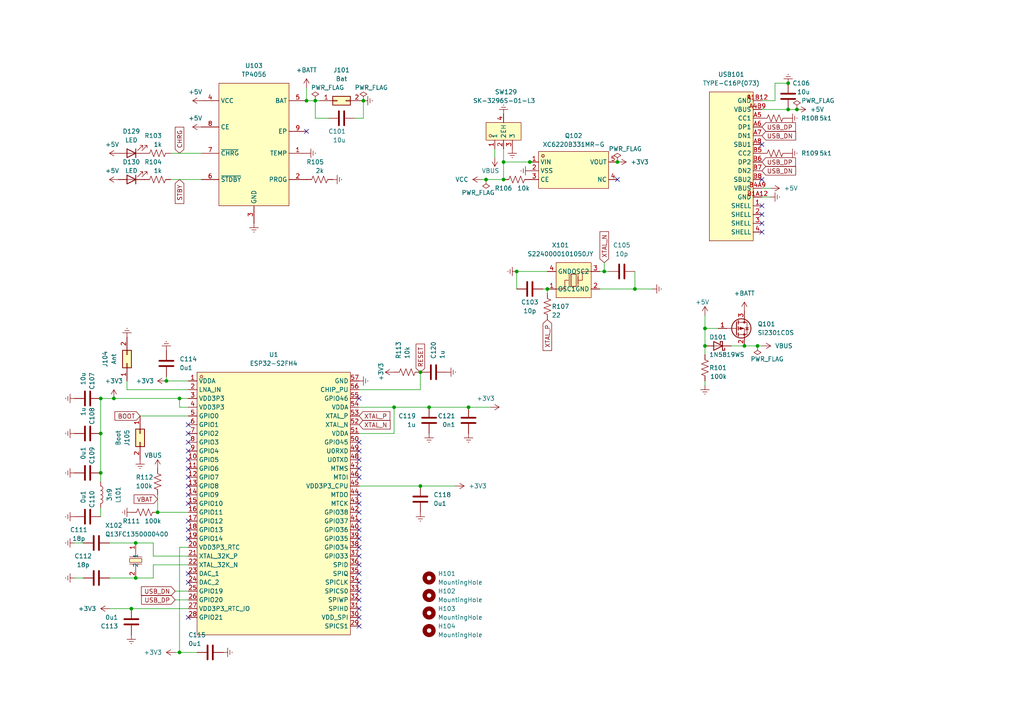
<source format=kicad_sch>
(kicad_sch (version 20250114) (generator "eeschema") (generator_version "9.0")
  (paper "A4")
  (lib_symbols
    (symbol "Connector_Generic:Conn_02x01" (pin_names (offset 1.016) (hide yes))
      (property "Reference" "J" (at 1.27 2.54 0))
      (property "Value" "Conn_02x01" (at 1.27 -2.54 0))
      (symbol "Conn_02x01_1_1"
        (rectangle (start -1.27 1.27) (end 3.81 -1.27) (stroke (width 0.254)) (fill (type background)))
        (rectangle (start -1.27 0.127) (end 0 -0.127) (stroke (width 0.1524)))
        (rectangle (start 3.81 0.127) (end 2.54 -0.127) (stroke (width 0.1524)))
        (pin passive line (at -5.08 0 0) (length 3.81) (name "Pin_1") (number "1"))
        (pin passive line (at 7.62 0 180) (length 3.81) (name "Pin_2") (number "2"))
      )
    )
    (symbol "Device:C" (pin_numbers (hide yes)) (pin_names (offset 0.254))
      (property "Reference" "C" (at 0.635 2.54 0))
      (property "Value" "C" (at 0.635 -2.54 0))
      (symbol "C_0_1"
        (polyline (pts (xy -2.032 0.762) (xy 2.032 0.762)) (stroke (width 0.508)))
        (polyline (pts (xy -2.032 -0.762) (xy 2.032 -0.762)) (stroke (width 0.508)))
      )
      (symbol "C_1_1"
        (pin passive line (at 0 3.81 270) (length 2.794) (name "~") (number "1"))
        (pin passive line (at 0 -3.81 90) (length 2.794) (name "~") (number "2"))
      )
    )
    (symbol "Device:D_Schottky" (pin_numbers (hide yes)) (pin_names (offset 1.016) (hide yes))
      (property "Reference" "D" (at 0 2.54 0))
      (property "Value" "D_Schottky" (at 0 -2.54 0))
      (symbol "D_Schottky_0_1"
        (polyline (pts (xy -1.905 0.635) (xy -1.905 1.27) (xy -1.27 1.27) (xy -1.27 -1.27) (xy -0.635 -1.27) (xy -0.635 -0.635)) (stroke (width 0.254)))
        (polyline (pts (xy 1.27 1.27) (xy 1.27 -1.27) (xy -1.27 0) (xy 1.27 1.27)) (stroke (width 0.254)))
        (polyline (pts (xy 1.27 0) (xy -1.27 0)))
      )
      (symbol "D_Schottky_1_1"
        (pin passive line (at -3.81 0 0) (length 2.54) (name "K") (number "1"))
        (pin passive line (at 3.81 0 180) (length 2.54) (name "A") (number "2"))
      )
    )
    (symbol "Device:L" (pin_numbers (hide yes)) (pin_names (offset 1.016) (hide yes))
      (property "Reference" "L" (at -1.27 0 90))
      (property "Value" "L" (at 1.905 0 90))
      (symbol "L_0_1"
        (arc (start 0 2.54) (mid 0.6323 1.905) (end 0 1.27))
        (arc (start 0 1.27) (mid 0.6323 0.635) (end 0 0))
        (arc (start 0 0) (mid 0.6323 -0.635) (end 0 -1.27))
        (arc (start 0 -1.27) (mid 0.6323 -1.905) (end 0 -2.54))
      )
      (symbol "L_1_1"
        (pin passive line (at 0 3.81 270) (length 1.27) (name "1") (number "1"))
        (pin passive line (at 0 -3.81 90) (length 1.27) (name "2") (number "2"))
      )
    )
    (symbol "Device:LED" (pin_numbers (hide yes)) (pin_names (offset 1.016) (hide yes))
      (property "Reference" "D" (at 0 2.54 0))
      (property "Value" "LED" (at 0 -2.54 0))
      (symbol "LED_0_1"
        (polyline (pts (xy -3.048 -0.762) (xy -4.572 -2.286) (xy -3.81 -2.286) (xy -4.572 -2.286) (xy -4.572 -1.524)))
        (polyline (pts (xy -1.778 -0.762) (xy -3.302 -2.286) (xy -2.54 -2.286) (xy -3.302 -2.286) (xy -3.302 -1.524)))
        (polyline (pts (xy -1.27 0) (xy 1.27 0)))
        (polyline (pts (xy -1.27 -1.27) (xy -1.27 1.27)) (stroke (width 0.254)))
        (polyline (pts (xy 1.27 -1.27) (xy 1.27 1.27) (xy -1.27 0) (xy 1.27 -1.27)) (stroke (width 0.254)))
      )
      (symbol "LED_1_1"
        (pin passive line (at -3.81 0 0) (length 2.54) (name "K") (number "1"))
        (pin passive line (at 3.81 0 180) (length 2.54) (name "A") (number "2"))
      )
    )
    (symbol "Device:R_US" (pin_numbers (hide yes)) (pin_names (offset 0))
      (property "Reference" "R" (at 2.54 0 90))
      (property "Value" "R_US" (at -2.54 0 90))
      (symbol "R_US_0_1"
        (polyline (pts (xy 0 2.286) (xy 0 2.54)))
        (polyline (pts (xy 0 2.286) (xy 1.016 1.905) (xy 0 1.524) (xy -1.016 1.143) (xy 0 0.762)))
        (polyline (pts (xy 0 0.762) (xy 1.016 0.381) (xy 0 0) (xy -1.016 -0.381) (xy 0 -0.762)))
        (polyline (pts (xy 0 -0.762) (xy 1.016 -1.143) (xy 0 -1.524) (xy -1.016 -1.905) (xy 0 -2.286)))
        (polyline (pts (xy 0 -2.286) (xy 0 -2.54)))
      )
      (symbol "R_US_1_1"
        (pin passive line (at 0 3.81 270) (length 1.27) (name "~") (number "1"))
        (pin passive line (at 0 -3.81 90) (length 1.27) (name "~") (number "2"))
      )
    )
    (symbol "Mechanical:MountingHole" (pin_names (offset 1.016))
      (property "Reference" "H" (at 0 5.08 0))
      (property "Value" "MountingHole" (at 0 3.175 0))
      (symbol "MountingHole_0_1"
        (circle (center 0 0) (radius 1.27) (stroke (width 1.27)))
      )
    )
    (symbol "Transistor_FET:Si2371EDS" (pin_names (hide yes))
      (property "Reference" "Q" (at 5.08 1.905 0))
      (property "Value" "Si2371EDS" (at 5.08 0 0))
      (symbol "Si2371EDS_0_1"
        (polyline (pts (xy 0.254 1.905) (xy 0.254 -1.905)) (stroke (width 0.254)))
        (polyline (pts (xy 0.254 0) (xy -2.54 0)))
        (polyline (pts (xy 0.762 2.286) (xy 0.762 1.27)) (stroke (width 0.254)))
        (polyline (pts (xy 0.762 1.778) (xy 3.302 1.778) (xy 3.302 -1.778) (xy 0.762 -1.778)))
        (polyline (pts (xy 0.762 0.508) (xy 0.762 -0.508)) (stroke (width 0.254)))
        (polyline (pts (xy 0.762 -1.27) (xy 0.762 -2.286)) (stroke (width 0.254)))
        (circle (center 1.651 0) (radius 2.794) (stroke (width 0.254)))
        (polyline (pts (xy 2.286 0) (xy 1.27 0.381) (xy 1.27 -0.381) (xy 2.286 0)) (fill (type outline)))
        (polyline (pts (xy 2.54 2.54) (xy 2.54 1.778)))
        (circle (center 2.54 1.778) (radius 0.254) (fill (type outline)))
        (circle (center 2.54 -1.778) (radius 0.254) (fill (type outline)))
        (polyline (pts (xy 2.54 -2.54) (xy 2.54 0) (xy 0.762 0)))
        (polyline (pts (xy 2.794 -0.508) (xy 2.921 -0.381) (xy 3.683 -0.381) (xy 3.81 -0.254)))
        (polyline (pts (xy 3.302 -0.381) (xy 2.921 0.254) (xy 3.683 0.254) (xy 3.302 -0.381)))
      )
      (symbol "Si2371EDS_1_1"
        (pin input line (at -5.08 0 0) (length 2.54) (name "G") (number "1"))
        (pin passive line (at 2.54 5.08 270) (length 2.54) (name "D") (number "3"))
        (pin passive line (at 2.54 -5.08 90) (length 2.54) (name "S") (number "2"))
      )
    )
    (symbol "TransmiLib:ESP32-S2FH4"
      (property "Reference" "U" (at 0 40.64 0))
      (property "Value" "ESP32-S2FH4" (at 0 -40.64 0))
      (symbol "ESP32-S2FH4_0_1"
        (rectangle (start -21.59 38.1) (end 22.86 -38.1) (fill (type background)))
        (circle (center -20.32 36.83) (radius 0.38))
        (pin unspecified line (at -24.13 35.56 0) (length 2.54) (name "VDDA") (number "1"))
        (pin unspecified line (at -24.13 33.02 0) (length 2.54) (name "LNA_IN") (number "2"))
        (pin unspecified line (at -24.13 30.48 0) (length 2.54) (name "VDD3P3") (number "3"))
        (pin unspecified line (at -24.13 27.94 0) (length 2.54) (name "VDD3P3") (number "4"))
        (pin unspecified line (at -24.13 25.4 0) (length 2.54) (name "GPIO0") (number "5"))
        (pin unspecified line (at -24.13 22.86 0) (length 2.54) (name "GPIO1") (number "6"))
        (pin unspecified line (at -24.13 20.32 0) (length 2.54) (name "GPIO2") (number "7"))
        (pin unspecified line (at -24.13 17.78 0) (length 2.54) (name "GPIO3") (number "8"))
        (pin unspecified line (at -24.13 15.24 0) (length 2.54) (name "GPIO4") (number "9"))
        (pin unspecified line (at -24.13 12.7 0) (length 2.54) (name "GPIO5") (number "10"))
        (pin unspecified line (at -24.13 10.16 0) (length 2.54) (name "GPIO6") (number "11"))
        (pin unspecified line (at -24.13 7.62 0) (length 2.54) (name "GPIO7") (number "12"))
        (pin unspecified line (at -24.13 5.08 0) (length 2.54) (name "GPIO8") (number "13"))
        (pin unspecified line (at -24.13 2.54 0) (length 2.54) (name "GPIO9") (number "14"))
        (pin unspecified line (at -24.13 0 0) (length 2.54) (name "GPIO10") (number "15"))
        (pin unspecified line (at -24.13 -2.54 0) (length 2.54) (name "GPIO11") (number "16"))
        (pin unspecified line (at -24.13 -5.08 0) (length 2.54) (name "GPIO12") (number "17"))
        (pin unspecified line (at -24.13 -7.62 0) (length 2.54) (name "GPIO13") (number "18"))
        (pin unspecified line (at -24.13 -10.16 0) (length 2.54) (name "GPIO14") (number "19"))
        (pin unspecified line (at -24.13 -12.7 0) (length 2.54) (name "VDD3P3_RTC") (number "20"))
        (pin unspecified line (at -24.13 -15.24 0) (length 2.54) (name "XTAL_32K_P") (number "21"))
        (pin unspecified line (at -24.13 -17.78 0) (length 2.54) (name "XTAL_32K_N") (number "22"))
        (pin unspecified line (at -24.13 -20.32 0) (length 2.54) (name "DAC_1") (number "23"))
        (pin unspecified line (at -24.13 -22.86 0) (length 2.54) (name "DAC_2") (number "24"))
        (pin unspecified line (at -24.13 -25.4 0) (length 2.54) (name "GPIO19") (number "25"))
        (pin unspecified line (at -24.13 -27.94 0) (length 2.54) (name "GPIO20") (number "26"))
        (pin unspecified line (at -24.13 -30.48 0) (length 2.54) (name "VDD3P3_RTC_IO") (number "27"))
        (pin unspecified line (at -24.13 -33.02 0) (length 2.54) (name "GPIO21") (number "28"))
        (pin unspecified line (at 25.4 35.56 180) (length 2.54) (name "GND") (number "57"))
        (pin unspecified line (at 25.4 33.02 180) (length 2.54) (name "CHIP_PU") (number "56"))
        (pin unspecified line (at 25.4 30.48 180) (length 2.54) (name "GPIO46") (number "55"))
        (pin unspecified line (at 25.4 27.94 180) (length 2.54) (name "VDDA") (number "54"))
        (pin unspecified line (at 25.4 25.4 180) (length 2.54) (name "XTAL_P") (number "53"))
        (pin unspecified line (at 25.4 22.86 180) (length 2.54) (name "XTAL_N") (number "52"))
        (pin unspecified line (at 25.4 20.32 180) (length 2.54) (name "VDDA") (number "51"))
        (pin unspecified line (at 25.4 17.78 180) (length 2.54) (name "GPIO45") (number "50"))
        (pin unspecified line (at 25.4 15.24 180) (length 2.54) (name "U0RXD") (number "49"))
        (pin unspecified line (at 25.4 12.7 180) (length 2.54) (name "U0TXD") (number "48"))
        (pin unspecified line (at 25.4 10.16 180) (length 2.54) (name "MTMS") (number "47"))
        (pin unspecified line (at 25.4 7.62 180) (length 2.54) (name "MTDI") (number "46"))
        (pin unspecified line (at 25.4 5.08 180) (length 2.54) (name "VDD3P3_CPU") (number "45"))
        (pin unspecified line (at 25.4 2.54 180) (length 2.54) (name "MTDO") (number "44"))
        (pin unspecified line (at 25.4 0 180) (length 2.54) (name "MTCK") (number "43"))
        (pin unspecified line (at 25.4 -2.54 180) (length 2.54) (name "GPIO38") (number "42"))
        (pin unspecified line (at 25.4 -5.08 180) (length 2.54) (name "GPIO37") (number "41"))
        (pin unspecified line (at 25.4 -7.62 180) (length 2.54) (name "GPIO36") (number "40"))
        (pin unspecified line (at 25.4 -10.16 180) (length 2.54) (name "GPIO35") (number "39"))
        (pin unspecified line (at 25.4 -12.7 180) (length 2.54) (name "GPIO34") (number "38"))
        (pin unspecified line (at 25.4 -15.24 180) (length 2.54) (name "GPIO33") (number "37"))
        (pin unspecified line (at 25.4 -17.78 180) (length 2.54) (name "SPID") (number "36"))
        (pin unspecified line (at 25.4 -20.32 180) (length 2.54) (name "SPIQ") (number "35"))
        (pin unspecified line (at 25.4 -22.86 180) (length 2.54) (name "SPICLK") (number "34"))
        (pin unspecified line (at 25.4 -25.4 180) (length 2.54) (name "SPICS0") (number "33"))
        (pin unspecified line (at 25.4 -27.94 180) (length 2.54) (name "SPIWP") (number "32"))
        (pin unspecified line (at 25.4 -30.48 180) (length 2.54) (name "SPIHD") (number "31"))
        (pin unspecified line (at 25.4 -33.02 180) (length 2.54) (name "VDD_SPI") (number "30"))
        (pin unspecified line (at 25.4 -35.56 180) (length 2.54) (name "SPICS1") (number "29"))
      )
    )
    (symbol "TransmiLib:S2240000101050"
      (property "Reference" "X" (at 0 7.62 0))
      (property "Value" "S2240000101050" (at 0 -7.62 0))
      (symbol "S2240000101050_0_1"
        (rectangle (start -5.08 5.08) (end 5.08 -5.08) (fill (type background)))
        (polyline (pts (xy -5.08 -2.54) (xy -2.54 -2.54) (xy -2.54 0) (xy -1.52 0)))
        (polyline (pts (xy -1.27 -1.02) (xy -1.27 1.02)))
        (polyline (pts (xy -1.27 -1.78) (xy -1.27 1.78)))
        (polyline (pts (xy -0.76 -1.78) (xy -0.76 1.78) (xy 0.76 1.78) (xy 0.76 -1.78)))
        (polyline (pts (xy 0.76 1.78) (xy 0.76 -1.78) (xy -0.76 -1.78) (xy -0.76 1.78) (xy 0.76 1.78)) (fill (type background)))
        (polyline (pts (xy 0.76 -1.78) (xy -0.76 -1.78)))
        (polyline (pts (xy 1.27 -1.02) (xy 1.27 1.02)))
        (polyline (pts (xy 1.27 -1.78) (xy 1.27 1.78)))
        (polyline (pts (xy 5.08 2.54) (xy 2.54 2.54) (xy 2.54 0) (xy 1.52 0)))
        (pin unspecified line (at -7.62 2.54 0) (length 2.54) (name "GND") (number "4"))
        (pin unspecified line (at -7.62 -2.54 0) (length 2.54) (name "OSC1") (number "1"))
        (pin unspecified line (at 7.62 2.54 180) (length 2.54) (name "OSC2") (number "3"))
        (pin unspecified line (at 7.62 -2.54 180) (length 2.54) (name "GND") (number "2"))
      )
    )
    (symbol "easyeda2kicad:Q13FC1350000400"
      (property "Reference" "X" (at 0 5.08 0))
      (property "Value" "Q13FC1350000400" (at 0 -5.08 0))
      (symbol "Q13FC1350000400_0_1"
        (polyline (pts (xy -2.54 0) (xy -1.02 0)))
        (polyline (pts (xy -1.02 1.78) (xy -1.02 -1.78)))
        (rectangle (start -0.51 1.78) (end 0.51 -1.78) (fill (type background)))
        (polyline (pts (xy 1.02 1.78) (xy 1.02 -1.78)))
        (polyline (pts (xy 1.02 0) (xy 2.54 0)))
        (pin unspecified line (at -5.08 0 0) (length 2.54) (name "1") (number "1"))
        (pin unspecified line (at 5.08 0 180) (length 2.54) (name "2") (number "2"))
      )
    )
    (symbol "easyeda2kicad:SK-3296S-01-L3"
      (property "Reference" "SW" (at 0 10.16 0))
      (property "Value" "SK-3296S-01-L3" (at 0 -10.16 0))
      (symbol "SK-3296S-01-L3_0_1"
        (rectangle (start -5.08 2.54) (end 5.08 -2.54) (fill (type background)))
        (circle (center -3.81 -1.27) (radius 0.38))
        (pin unspecified line (at -2.54 -5.08 90) (length 2.54) (name "1") (number "1"))
        (pin unspecified line (at 0 5.08 270) (length 2.54) (name "EH") (number "4"))
        (pin unspecified line (at 0 -5.08 90) (length 2.54) (name "2") (number "2"))
        (pin unspecified line (at 2.54 -5.08 90) (length 2.54) (name "3") (number "3"))
      )
    )
    (symbol "easyeda2kicad:TP4056"
      (property "Reference" "U" (at 0 20.32 0))
      (property "Value" "TP4056" (at 0 -25.4 0))
      (symbol "TP4056_0_1"
        (rectangle (start -10.16 20.32) (end 10.16 -15.24) (fill (type background)))
        (pin unspecified line (at -15.24 15.24 0) (length 5.08) (name "VCC") (number "4"))
        (pin unspecified line (at -15.24 7.62 0) (length 5.08) (name "CE") (number "8"))
        (pin unspecified line (at -15.24 0 0) (length 5.08) (name "~{CHRG}") (number "7"))
        (pin unspecified line (at -15.24 -7.62 0) (length 5.08) (name "~{STDBY}") (number "6"))
        (pin unspecified line (at 0 -20.32 90) (length 5.08) (name "GND") (number "3"))
        (pin unspecified line (at 15.24 15.24 180) (length 5.08) (name "BAT") (number "5"))
        (pin unspecified line (at 15.24 6.35 180) (length 5.08) (name "EP") (number "9"))
        (pin unspecified line (at 15.24 0 180) (length 5.08) (name "TEMP") (number "1"))
        (pin unspecified line (at 15.24 -7.62 180) (length 5.08) (name "PROG") (number "2"))
      )
    )
    (symbol "easyeda2kicad:TYPE-C16P(073)"
      (property "Reference" "USB" (at 0 25.4 0))
      (property "Value" "TYPE-C 16P(073)" (at 0 -22.86 0))
      (symbol "TYPE-C16P(073)_0_1"
        (rectangle (start -5.08 22.86) (end 7.62 -20.32) (fill (type background)))
        (circle (center -3.81 21.59) (radius 0.38))
        (pin unspecified line (at -7.62 20.32 0) (length 2.54) (name "GND") (number "A1B12"))
        (pin unspecified line (at -7.62 17.78 0) (length 2.54) (name "VBUS") (number "A4B9"))
        (pin unspecified line (at -7.62 15.24 0) (length 2.54) (name "CC1") (number "A5"))
        (pin unspecified line (at -7.62 12.7 0) (length 2.54) (name "DP1") (number "A6"))
        (pin unspecified line (at -7.62 10.16 0) (length 2.54) (name "DN1") (number "A7"))
        (pin unspecified line (at -7.62 7.62 0) (length 2.54) (name "SBU1") (number "A8"))
        (pin unspecified line (at -7.62 5.08 0) (length 2.54) (name "CC2") (number "B5"))
        (pin unspecified line (at -7.62 2.54 0) (length 2.54) (name "DP2") (number "B6"))
        (pin unspecified line (at -7.62 0 0) (length 2.54) (name "DN2") (number "B7"))
        (pin unspecified line (at -7.62 -2.54 0) (length 2.54) (name "SBU2") (number "B8"))
        (pin unspecified line (at -7.62 -5.08 0) (length 2.54) (name "VBUS") (number "B4A9"))
        (pin unspecified line (at -7.62 -7.62 0) (length 2.54) (name "GND") (number "B1A12"))
        (pin unspecified line (at -7.62 -10.16 0) (length 2.54) (name "SHELL") (number "1"))
        (pin unspecified line (at -7.62 -12.7 0) (length 2.54) (name "SHELL") (number "2"))
        (pin unspecified line (at -7.62 -15.24 0) (length 2.54) (name "SHELL") (number "3"))
        (pin unspecified line (at -7.62 -17.78 0) (length 2.54) (name "SHELL") (number "4"))
      )
    )
    (symbol "easyeda2kicad:XC6220B331MR-G"
      (property "Reference" "Q" (at 0 7.62 0))
      (property "Value" "XC6220B331MR-G" (at 0 -7.62 0))
      (symbol "XC6220B331MR-G_0_1"
        (rectangle (start -10.16 5.59) (end 10.16 -5.08) (fill (type background)))
        (circle (center -8.89 4.32) (radius 0.38))
        (circle (center -8.89 4.32) (radius 0.38))
        (pin unspecified line (at -12.7 2.54 0) (length 2.54) (name "VIN") (number "1"))
        (pin unspecified line (at -12.7 0 0) (length 2.54) (name "VSS") (number "2"))
        (pin unspecified line (at -12.7 -2.54 0) (length 2.54) (name "CE") (number "3"))
        (pin unspecified line (at 12.7 2.54 180) (length 2.54) (name "VOUT") (number "5"))
        (pin unspecified line (at 12.7 -2.54 180) (length 2.54) (name "NC") (number "4"))
      )
    )
    (symbol "power:+3V3" (power) (pin_names (offset 0))
      (property "Value" "+3V3" (at 0 3.556 0))
      (symbol "+3V3_0_1"
        (polyline (pts (xy -0.762 1.27) (xy 0 2.54)))
        (polyline (pts (xy 0 2.54) (xy 0.762 1.27)))
        (polyline (pts (xy 0 0) (xy 0 2.54)))
      )
      (symbol "+3V3_1_1"
        (pin power_in line (at 0 0 90) (length 0) (hide yes) (name "+3V3") (number "1"))
      )
    )
    (symbol "power:+5V" (power) (pin_names (offset 0))
      (property "Value" "+5V" (at 0 3.556 0))
      (symbol "+5V_0_1"
        (polyline (pts (xy -0.762 1.27) (xy 0 2.54)))
        (polyline (pts (xy 0 2.54) (xy 0.762 1.27)))
        (polyline (pts (xy 0 0) (xy 0 2.54)))
      )
      (symbol "+5V_1_1"
        (pin power_in line (at 0 0 90) (length 0) (hide yes) (name "+5V") (number "1"))
      )
    )
    (symbol "power:+BATT" (power) (pin_names (offset 0))
      (property "Value" "+BATT" (at 0 3.556 0))
      (symbol "+BATT_0_1"
        (polyline (pts (xy -0.762 1.27) (xy 0 2.54)))
        (polyline (pts (xy 0 2.54) (xy 0.762 1.27)))
        (polyline (pts (xy 0 0) (xy 0 2.54)))
      )
      (symbol "+BATT_1_1"
        (pin power_in line (at 0 0 90) (length 0) (hide yes) (name "+BATT") (number "1"))
      )
    )
    (symbol "power:Earth" (power) (pin_names (offset 0))
      (symbol "Earth_0_1"
        (polyline (pts (xy -0.635 -1.905) (xy 0.635 -1.905)))
        (polyline (pts (xy -0.127 -2.54) (xy 0.127 -2.54)))
        (polyline (pts (xy 0 -1.27) (xy 0 0)))
        (polyline (pts (xy 1.27 -1.27) (xy -1.27 -1.27)))
      )
      (symbol "Earth_1_1"
        (pin power_in line (at 0 0 270) (length 0) (hide yes) (name "Earth") (number "1"))
      )
    )
    (symbol "power:PWR_FLAG" (power) (pin_numbers (hide yes)) (pin_names (offset 0) (hide yes))
      (property "Value" "PWR_FLAG" (at 0 3.81 0))
      (symbol "PWR_FLAG_0_0"
        (pin power_out line (at 0 0 90) (length 0) (name "pwr") (number "1"))
      )
      (symbol "PWR_FLAG_0_1"
        (polyline (pts (xy 0 0) (xy 0 1.27) (xy -1.016 1.905) (xy 0 2.54) (xy 1.016 1.905) (xy 0 1.27)))
      )
    )
    (symbol "power:VBUS" (power) (pin_names (offset 0))
      (property "Value" "VBUS" (at 0 3.81 0))
      (symbol "VBUS_0_1"
        (polyline (pts (xy -0.762 1.27) (xy 0 2.54)))
        (polyline (pts (xy 0 2.54) (xy 0.762 1.27)))
        (polyline (pts (xy 0 0) (xy 0 2.54)))
      )
      (symbol "VBUS_1_1"
        (pin power_in line (at 0 0 90) (length 0) (hide yes) (name "VBUS") (number "1"))
      )
    )
    (symbol "power:VCC" (power) (pin_names (offset 0))
      (property "Value" "VCC" (at 0 3.81 0))
      (symbol "VCC_0_1"
        (polyline (pts (xy -0.762 1.27) (xy 0 2.54)))
        (polyline (pts (xy 0 2.54) (xy 0.762 1.27)))
        (polyline (pts (xy 0 0) (xy 0 2.54)))
      )
      (symbol "VCC_1_1"
        (pin power_in line (at 0 0 90) (length 0) (hide yes) (name "VCC") (number "1"))
      )
    )
  )
  (junction (at 114.3 118.11))
  (junction (at 29.21 125.73))
  (junction (at 38.1 176.53))
  (junction (at 204.47 100.33))
  (junction (at 184.15 83.82))
  (junction (at 158.75 83.82))
  (junction (at 124.46 118.11))
  (junction (at 204.47 95.25))
  (junction (at 146.05 52.07))
  (junction (at 146.05 46.99))
  (junction (at 33.02 115.57))
  (junction (at 45.72 148.59))
  (junction (at 140.97 52.07))
  (junction (at 52.07 115.57))
  (junction (at 39.37 167.64))
  (junction (at 228.6 24.13))
  (junction (at 149.86 78.74))
  (junction (at 52.07 189.23))
  (junction (at 135.89 118.11))
  (junction (at 29.21 137.16))
  (junction (at 228.6 31.75))
  (junction (at 175.26 78.74))
  (junction (at 121.92 107.95))
  (junction (at 231.14 31.75))
  (junction (at 153.67 46.99))
  (junction (at 219.71 100.33))
  (junction (at 91.44 29.21))
  (junction (at 48.26 110.49))
  (junction (at 179.07 46.99))
  (junction (at 121.92 140.97))
  (junction (at 29.21 115.57))
  (junction (at 215.9 100.33))
  (junction (at 39.37 157.48))
  (junction (at 105.41 29.21))
  (junction (at 88.9 29.21))
  (no_connect (at 54.61 146.05))
  (no_connect (at 54.61 130.81))
  (no_connect (at 54.61 123.19))
  (no_connect (at 220.98 67.31))
  (no_connect (at 104.14 133.35))
  (no_connect (at 104.14 181.61))
  (no_connect (at 104.14 151.13))
  (no_connect (at 220.98 59.69))
  (no_connect (at 104.14 138.43))
  (no_connect (at 220.98 52.07))
  (no_connect (at 104.14 166.37))
  (no_connect (at 104.14 176.53))
  (no_connect (at 104.14 153.67))
  (no_connect (at 54.61 156.21))
  (no_connect (at 54.61 140.97))
  (no_connect (at 54.61 135.89))
  (no_connect (at 104.14 135.89))
  (no_connect (at 220.98 64.77))
  (no_connect (at 54.61 133.35))
  (no_connect (at 54.61 143.51))
  (no_connect (at 104.14 148.59))
  (no_connect (at 104.14 168.91))
  (no_connect (at 104.14 128.27))
  (no_connect (at 104.14 115.57))
  (no_connect (at 179.07 52.07))
  (no_connect (at 104.14 173.99))
  (no_connect (at 54.61 151.13))
  (no_connect (at 104.14 163.83))
  (no_connect (at 104.14 158.75))
  (no_connect (at 88.9 38.1))
  (no_connect (at 104.14 156.21))
  (no_connect (at 104.14 143.51))
  (no_connect (at 104.14 179.07))
  (no_connect (at 220.98 62.23))
  (no_connect (at 54.61 166.37))
  (no_connect (at 54.61 153.67))
  (no_connect (at 104.14 161.29))
  (no_connect (at 54.61 168.91))
  (no_connect (at 104.14 130.81))
  (no_connect (at 54.61 128.27))
  (no_connect (at 54.61 179.07))
  (no_connect (at 104.14 171.45))
  (no_connect (at 220.98 41.91))
  (no_connect (at 54.61 138.43))
  (no_connect (at 104.14 146.05))
  (no_connect (at 54.61 125.73))
  (wire (pts (xy 114.3 125.73) (xy 114.3 118.11)))
  (wire (pts (xy 44.45 163.83) (xy 44.45 167.64)))
  (wire (pts (xy 104.14 113.03) (xy 121.92 113.03)))
  (wire (pts (xy 219.71 100.33) (xy 215.9 100.33)))
  (wire (pts (xy 21.59 157.48) (xy 24.13 157.48)))
  (wire (pts (xy 52.07 115.57) (xy 54.61 115.57)))
  (wire (pts (xy 21.59 167.64) (xy 24.13 167.64)))
  (wire (pts (xy 50.8 171.45) (xy 54.61 171.45)))
  (wire (pts (xy 45.72 148.59) (xy 54.61 148.59)))
  (wire (pts (xy 52.07 118.11) (xy 52.07 115.57)))
  (wire (pts (xy 54.61 110.49) (xy 48.26 110.49)))
  (wire (pts (xy 223.52 57.15) (xy 220.98 57.15)))
  (wire (pts (xy 204.47 91.44) (xy 204.47 95.25)))
  (wire (pts (xy 45.72 143.51) (xy 45.72 148.59)))
  (wire (pts (xy 39.37 167.64) (xy 31.75 167.64)))
  (wire (pts (xy 104.14 125.73) (xy 114.3 125.73)))
  (wire (pts (xy 140.97 52.07) (xy 146.05 52.07)))
  (wire (pts (xy 49.53 52.07) (xy 58.42 52.07)))
  (wire (pts (xy 44.45 157.48) (xy 39.37 157.48)))
  (wire (pts (xy 44.45 167.64) (xy 39.37 167.64)))
  (wire (pts (xy 146.05 46.99) (xy 153.67 46.99)))
  (wire (pts (xy 29.21 115.57) (xy 33.02 115.57)))
  (wire (pts (xy 48.26 110.49) (xy 48.26 109.22)))
  (wire (pts (xy 175.26 78.74) (xy 173.99 78.74)))
  (wire (pts (xy 184.15 83.82) (xy 189.23 83.82)))
  (wire (pts (xy 212.09 100.33) (xy 215.9 100.33)))
  (wire (pts (xy 184.15 78.74) (xy 184.15 83.82)))
  (wire (pts (xy 204.47 95.25) (xy 208.28 95.25)))
  (wire (pts (xy 39.37 157.48) (xy 31.75 157.48)))
  (wire (pts (xy 52.07 189.23) (xy 57.15 189.23)))
  (wire (pts (xy 92.71 29.21) (xy 91.44 29.21)))
  (wire (pts (xy 143.51 45.72) (xy 143.51 43.18)))
  (wire (pts (xy 54.61 158.75) (xy 52.07 158.75)))
  (wire (pts (xy 114.3 118.11) (xy 124.46 118.11)))
  (wire (pts (xy 231.14 31.75) (xy 228.6 31.75)))
  (wire (pts (xy 204.47 111.76) (xy 204.47 110.49)))
  (wire (pts (xy 91.44 29.21) (xy 88.9 29.21)))
  (wire (pts (xy 50.8 189.23) (xy 52.07 189.23)))
  (wire (pts (xy 54.61 120.65) (xy 40.64 120.65)))
  (wire (pts (xy 29.21 125.73) (xy 29.21 137.16)))
  (wire (pts (xy 142.24 118.11) (xy 135.89 118.11)))
  (wire (pts (xy 228.6 31.75) (xy 220.98 31.75)))
  (wire (pts (xy 52.07 158.75) (xy 52.07 189.23)))
  (wire (pts (xy 124.46 118.11) (xy 135.89 118.11)))
  (wire (pts (xy 88.9 25.4) (xy 88.9 29.21)))
  (wire (pts (xy 102.87 34.29) (xy 105.41 34.29)))
  (wire (pts (xy 104.14 118.11) (xy 114.3 118.11)))
  (wire (pts (xy 105.41 34.29) (xy 105.41 29.21)))
  (wire (pts (xy 54.61 161.29) (xy 44.45 161.29)))
  (wire (pts (xy 223.52 54.61) (xy 220.98 54.61)))
  (wire (pts (xy 44.45 161.29) (xy 44.45 157.48)))
  (wire (pts (xy 50.8 173.99) (xy 54.61 173.99)))
  (wire (pts (xy 157.48 83.82) (xy 158.75 83.82)))
  (wire (pts (xy 204.47 100.33) (xy 204.47 95.25)))
  (wire (pts (xy 29.21 147.32) (xy 29.21 149.86)))
  (wire (pts (xy 33.02 115.57) (xy 52.07 115.57)))
  (wire (pts (xy 91.44 34.29) (xy 91.44 29.21)))
  (wire (pts (xy 220.98 100.33) (xy 219.71 100.33)))
  (wire (pts (xy 139.7 52.07) (xy 140.97 52.07)))
  (wire (pts (xy 158.75 83.82) (xy 158.75 85.09)))
  (wire (pts (xy 36.83 110.49) (xy 36.83 113.03)))
  (wire (pts (xy 146.05 43.18) (xy 146.05 46.99)))
  (wire (pts (xy 146.05 52.07) (xy 146.05 46.99)))
  (wire (pts (xy 54.61 118.11) (xy 52.07 118.11)))
  (wire (pts (xy 29.21 137.16) (xy 29.21 139.7)))
  (wire (pts (xy 121.92 140.97) (xy 132.08 140.97)))
  (wire (pts (xy 95.25 34.29) (xy 91.44 34.29)))
  (wire (pts (xy 121.92 113.03) (xy 121.92 107.95)))
  (wire (pts (xy 31.75 176.53) (xy 38.1 176.53)))
  (wire (pts (xy 220.98 29.21) (xy 224.79 29.21)))
  (wire (pts (xy 38.1 176.53) (xy 54.61 176.53)))
  (wire (pts (xy 224.79 29.21) (xy 224.79 24.13)))
  (wire (pts (xy 176.53 78.74) (xy 175.26 78.74)))
  (wire (pts (xy 104.14 140.97) (xy 121.92 140.97)))
  (wire (pts (xy 204.47 102.87) (xy 204.47 100.33)))
  (wire (pts (xy 54.61 163.83) (xy 44.45 163.83)))
  (wire (pts (xy 29.21 115.57) (xy 29.21 125.73)))
  (wire (pts (xy 149.86 78.74) (xy 149.86 83.82)))
  (wire (pts (xy 153.67 46.99) (xy 154.94 46.99)))
  (wire (pts (xy 36.83 113.03) (xy 54.61 113.03)))
  (wire (pts (xy 49.53 44.45) (xy 58.42 44.45)))
  (wire (pts (xy 184.15 83.82) (xy 173.99 83.82)))
  (wire (pts (xy 175.26 76.2) (xy 175.26 78.74)))
  (wire (pts (xy 149.86 78.74) (xy 158.75 78.74)))
  (wire (pts (xy 224.79 24.13) (xy 228.6 24.13)))
  (global_label "USB_DN" (shape input) (at 220.98 39.37 0) (property "Intersheetrefs" "${INTERSHEET_REFS}" (effects (hide yes))))
  (global_label "USB_DP" (shape input) (at 50.8 173.99 180) (property "Intersheetrefs" "${INTERSHEET_REFS}" (effects (hide yes))))
  (global_label "VBAT" (shape input) (at 45.72 144.78 180) (property "Intersheetrefs" "${INTERSHEET_REFS}" (effects (hide yes))))
  (global_label "CHRG" (shape input) (at 52.07 44.45 90) (property "Intersheetrefs" "${INTERSHEET_REFS}" (effects (hide yes))))
  (global_label "USB_DP" (shape input) (at 220.98 36.83 0) (property "Intersheetrefs" "${INTERSHEET_REFS}" (effects (hide yes))))
  (global_label "XTAL_P" (shape input) (at 158.75 92.71 270) (property "Intersheetrefs" "${INTERSHEET_REFS}" (effects (hide yes))))
  (global_label "USB_DN" (shape input) (at 50.8 171.45 180) (property "Intersheetrefs" "${INTERSHEET_REFS}" (effects (hide yes))))
  (global_label "XTAL_N" (shape input) (at 175.26 76.2 90) (property "Intersheetrefs" "${INTERSHEET_REFS}" (effects (hide yes))))
  (global_label "RESET" (shape input) (at 121.92 107.95 90) (property "Intersheetrefs" "${INTERSHEET_REFS}" (effects (hide yes))))
  (global_label "BOOT" (shape input) (at 40.64 120.65 180) (property "Intersheetrefs" "${INTERSHEET_REFS}" (effects (hide yes))))
  (global_label "STBY" (shape input) (at 52.07 52.07 270) (property "Intersheetrefs" "${INTERSHEET_REFS}" (effects (hide yes))))
  (global_label "USB_DP" (shape input) (at 220.98 46.99 0) (property "Intersheetrefs" "${INTERSHEET_REFS}" (effects (hide yes))))
  (global_label "XTAL_N" (shape input) (at 104.14 123.19 0) (property "Intersheetrefs" "${INTERSHEET_REFS}" (effects (hide yes))))
  (global_label "USB_DN" (shape input) (at 220.98 49.53 0) (property "Intersheetrefs" "${INTERSHEET_REFS}" (effects (hide yes))))
  (global_label "XTAL_P" (shape input) (at 104.14 120.65 0) (property "Intersheetrefs" "${INTERSHEET_REFS}" (effects (hide yes))))
  (symbol (lib_id "Device:C") (at 48.26 105.41 0) (unit 1)
    (property "Reference" "C114" (at 52.07 104.1399 0) (effects (justify left)))
    (property "Value" "0u1" (at 52.07 106.6799 0) (effects (justify left)))
    (property "Footprint" "Capacitor_SMD:C_0402_1005Metric" (effects (hide yes)))
  )
  (symbol (lib_id "power:Earth") (at 104.14 110.49 90) (unit 1)
    (property "Reference" "#PWR0179" (effects (hide yes)))
    (property "Value" "Earth" (effects (hide yes)))
  )
  (symbol (lib_id "Device:R_US") (at 45.72 139.7 0) (unit 1)
    (property "Reference" "R112" (at 39.37 138.43 0) (effects (justify left)))
    (property "Value" "100k" (at 39.37 140.97 0) (effects (justify left)))
    (property "Footprint" "Resistor_SMD:R_0603_1608Metric" (effects (hide yes)))
  )
  (symbol (lib_id "power:+3V3") (at 48.26 110.49 90) (unit 1)
    (property "Reference" "#PWR0172" (effects (hide yes)))
    (property "Value" "+3V3" (at 39.37 110.49 90) (effects (justify right)))
  )
  (symbol (lib_id "Device:LED") (at 38.1 52.07 180) (unit 1)
    (property "Reference" "D130" (at 38.1 46.99 0))
    (property "Value" "LED" (at 38.1 49.53 0))
    (property "Footprint" "LED_SMD:LED_0805_2012Metric" (effects (hide yes)))
  )
  (symbol (lib_id "power:PWR_FLAG") (at 105.41 29.21 0) (unit 1)
    (property "Reference" "#FLG0103" (effects (hide yes)))
    (property "Value" "PWR_FLAG" (at 102.87 25.4 0) (effects (justify left)))
  )
  (symbol (lib_id "power:Earth") (at 21.59 149.86 270) (unit 1)
    (property "Reference" "#PWR0158" (effects (hide yes)))
    (property "Value" "Earth" (effects (hide yes)))
  )
  (symbol (lib_id "power:Earth") (at 149.86 78.74 270) (mirror x) (unit 1)
    (property "Reference" "#PWR0137" (effects (hide yes)))
    (property "Value" "Earth" (effects (hide yes)))
  )
  (symbol (lib_id "power:+5V") (at 231.14 31.75 270) (unit 1)
    (property "Reference" "#PWR0151" (effects (hide yes)))
    (property "Value" "+5V" (at 234.95 31.7499 90) (effects (justify left)))
  )
  (symbol (lib_id "Device:L") (at 29.21 143.51 0) (unit 1)
    (property "Reference" "L101" (at 34.29 143.51 90))
    (property "Value" "3n9" (at 31.75 143.51 90))
    (property "Footprint" "Inductor_SMD:L_0402_1005Metric" (effects (hide yes)))
  )
  (symbol (lib_id "Device:C") (at 124.46 121.92 0) (mirror y) (unit 1)
    (property "Reference" "C119" (at 120.65 120.6499 0) (effects (justify left)))
    (property "Value" "1u" (at 120.65 123.1899 0) (effects (justify left)))
    (property "Footprint" "Capacitor_SMD:C_0402_1005Metric" (effects (hide yes)))
  )
  (symbol (lib_id "power:PWR_FLAG") (at 179.07 46.99 0) (unit 1)
    (property "Reference" "#FLG0105" (effects (hide yes)))
    (property "Value" "PWR_FLAG" (at 176.53 43.18 0) (effects (justify left)))
  )
  (symbol (lib_id "Device:R_US") (at 41.91 148.59 270) (unit 1)
    (property "Reference" "R111" (at 35.56 151.13 90) (effects (justify left)))
    (property "Value" "100k" (at 41.91 151.13 90) (effects (justify left)))
    (property "Footprint" "Resistor_SMD:R_0603_1608Metric" (effects (hide yes)))
  )
  (symbol (lib_id "easyeda2kicad:SK-3296S-01-L3") (at 146.05 38.1 0) (unit 1)
    (property "Reference" "SW129" (at 143.51 26.67 0) (effects (justify left)))
    (property "Value" "SK-3296S-01-L3" (at 137.16 29.21 0) (effects (justify left)))
    (property "Footprint" "easyeda2kicad:SW-SMD_SK-3296S-01-L3" (effects (hide yes)))
    (property "Manufacturer" "XKB Connectivity(中国星坤)" (effects (hide yes)))
    (property "LCSC Part" "C319019" (effects (hide yes)))
    (property "JLC Part" "Extended Part" (effects (hide yes)))
  )
  (symbol (lib_id "power:+3V3") (at 50.8 189.23 90) (unit 1)
    (property "Reference" "#PWR0173" (effects (hide yes)))
    (property "Value" "+3V3" (at 46.99 189.2301 90) (effects (justify left)))
  )
  (symbol (lib_id "power:Earth") (at 124.46 125.73 0) (mirror y) (unit 1)
    (property "Reference" "#PWR0182" (effects (hide yes)))
    (property "Value" "Earth" (effects (hide yes)))
  )
  (symbol (lib_id "Device:R_US") (at 158.75 88.9 0) (unit 1)
    (property "Reference" "R107" (at 160.02 88.9 0) (effects (justify left)))
    (property "Value" "22" (at 160.02 91.44 0) (effects (justify left)))
    (property "Footprint" "Resistor_SMD:R_0603_1608Metric" (effects (hide yes)))
  )
  (symbol (lib_id "power:Earth") (at 146.05 33.02 180) (unit 1)
    (property "Reference" "#PWR0135" (effects (hide yes)))
    (property "Value" "Earth" (effects (hide yes)))
  )
  (symbol (lib_id "power:+5V") (at 34.29 52.07 90) (unit 1)
    (property "Reference" "#PWR0116" (effects (hide yes)))
    (property "Value" "+5V" (at 30.48 49.53 90) (effects (justify right)))
  )
  (symbol (lib_id "Device:C") (at 25.4 149.86 270) (unit 1)
    (property "Reference" "C110" (at 26.67 142.24 0) (effects (justify left)))
    (property "Value" "0u1" (at 24.13 142.24 0) (effects (justify left)))
    (property "Footprint" "Capacitor_SMD:C_0402_1005Metric" (effects (hide yes)))
  )
  (symbol (lib_id "Device:D_Schottky") (at 208.28 100.33 180) (unit 1)
    (property "Reference" "D101" (at 208.28 97.79 0))
    (property "Value" "1N5819WS" (at 210.82 102.87 0))
    (property "Footprint" "Diode_SMD:D_SOD-323" (effects (hide yes)))
  )
  (symbol (lib_id "Device:R_US") (at 92.71 52.07 90) (unit 1)
    (property "Reference" "R105" (at 93.98 46.99 90) (effects (justify left)))
    (property "Value" "2k" (at 93.98 49.53 90) (effects (justify left)))
    (property "Footprint" "Resistor_SMD:R_0603_1608Metric" (effects (hide yes)))
  )
  (symbol (lib_id "power:Earth") (at 38.1 148.59 270) (unit 1)
    (property "Reference" "#PWR0167" (effects (hide yes)))
    (property "Value" "Earth" (effects (hide yes)))
  )
  (symbol (lib_id "power:+3V3") (at 132.08 140.97 270) (unit 1)
    (property "Reference" "#PWR0186" (effects (hide yes)))
    (property "Value" "+3V3" (at 135.89 140.9699 90) (effects (justify left)))
  )
  (symbol (lib_id "Transistor_FET:Si2371EDS") (at 213.36 95.25 0) (unit 1)
    (property "Reference" "Q101" (at 219.71 93.9799 0) (effects (justify left)))
    (property "Value" "Si2301CDS" (at 219.71 96.5199 0) (effects (justify left)))
    (property "Footprint" "Package_TO_SOT_SMD:SOT-23" (effects (hide yes)))
  )
  (symbol (lib_id "easyeda2kicad:XC6220B331MR-G") (at 166.37 49.53 0) (unit 1)
    (property "Reference" "Q102" (at 166.37 39.37 0))
    (property "Value" "XC6220B331MR-G" (at 166.37 41.91 0))
    (property "Footprint" "easyeda2kicad:SOT-25-5_L3.0-W1.8-P0.95-LS3.0-BR" (effects (hide yes)))
    (property "Datasheet" "https://lcsc.com/product-detail/Low-Dropout-Regulators-LDO_XC6220B331MR-G_C86534.html" (effects (hide yes)))
    (property "Manufacturer" "TOREX(特瑞仕)" (effects (hide yes)))
    (property "LCSC Part" "C86534" (effects (hide yes)))
    (property "JLC Part" "Extended Part" (effects (hide yes)))
  )
  (symbol (lib_id "Mechanical:MountingHole") (at 124.46 167.64 0) (unit 1)
    (property "Reference" "H101" (at 127 166.3699 0) (effects (justify left)))
    (property "Value" "MountingHole" (at 127 168.9099 0) (effects (justify left)))
    (property "Footprint" "MountingHole:MountingHole_3.2mm_M3_Pad_Via" (effects (hide yes)))
  )
  (symbol (lib_id "power:Earth") (at 153.67 49.53 270) (unit 1)
    (property "Reference" "#PWR0139" (effects (hide yes)))
    (property "Value" "Earth" (effects (hide yes)))
  )
  (symbol (lib_id "power:Earth") (at 40.64 133.35 0) (unit 1)
    (property "Reference" "#PWR0169" (effects (hide yes)))
    (property "Value" "Earth" (effects (hide yes)))
  )
  (symbol (lib_id "power:Earth") (at 135.89 125.73 0) (mirror y) (unit 1)
    (property "Reference" "#PWR0187" (effects (hide yes)))
    (property "Value" "Earth" (effects (hide yes)))
  )
  (symbol (lib_id "Device:C") (at 153.67 83.82 90) (unit 1)
    (property "Reference" "C103" (at 153.67 87.63 90))
    (property "Value" "10p" (at 153.67 90.17 90))
    (property "Footprint" "Capacitor_SMD:C_0402_1005Metric" (effects (hide yes)))
  )
  (symbol (lib_id "power:+3V3") (at 179.07 46.99 270) (unit 1)
    (property "Reference" "#PWR0142" (effects (hide yes)))
    (property "Value" "+3V3" (at 182.88 46.9899 90) (effects (justify left)))
  )
  (symbol (lib_id "power:Earth") (at 21.59 157.48 270) (unit 1)
    (property "Reference" "#PWR0159" (effects (hide yes)))
    (property "Value" "Earth" (effects (hide yes)))
  )
  (symbol (lib_id "power:Earth") (at 73.66 64.77 0) (unit 1)
    (property "Reference" "#PWR0125" (effects (hide yes)))
    (property "Value" "Earth" (effects (hide yes)))
  )
  (symbol (lib_id "Device:C") (at 121.92 144.78 0) (unit 1)
    (property "Reference" "C118" (at 125.73 143.5099 0) (effects (justify left)))
    (property "Value" "0u1" (at 125.73 146.0499 0) (effects (justify left)))
    (property "Footprint" "Capacitor_SMD:C_0402_1005Metric" (effects (hide yes)))
  )
  (symbol (lib_id "power:Earth") (at 96.52 52.07 90) (unit 1)
    (property "Reference" "#PWR0129" (effects (hide yes)))
    (property "Value" "Earth" (effects (hide yes)))
  )
  (symbol (lib_id "power:Earth") (at 21.59 115.57 270) (unit 1)
    (property "Reference" "#PWR0155" (effects (hide yes)))
    (property "Value" "Earth" (effects (hide yes)))
  )
  (symbol (lib_id "power:+3V3") (at 33.02 115.57 0) (unit 1)
    (property "Reference" "#PWR0164" (effects (hide yes)))
    (property "Value" "+3V3" (at 33.02 110.49 0))
  )
  (symbol (lib_id "Device:C") (at 25.4 115.57 270) (unit 1)
    (property "Reference" "C107" (at 26.67 107.95 0) (effects (justify left)))
    (property "Value" "10u" (at 24.13 107.95 0) (effects (justify left)))
    (property "Footprint" "Capacitor_SMD:C_0402_1005Metric" (effects (hide yes)))
  )
  (symbol (lib_id "TransmiLib:S2240000101050") (at 166.37 81.28 0) (unit 1)
    (property "Reference" "X101" (at 162.56 71.12 0))
    (property "Value" "S2240000101050JY" (at 162.56 73.66 0))
    (property "Footprint" "TransmiLib:CRYSTAL-SMD_4P-L2.5-W2.0-BL" (effects (hide yes)))
    (property "Datasheet" "https://lcsc.com/product-detail/New-Arrivals_JGHC-S2240000101050_C426970.html" (effects (hide yes)))
    (property "Manufacturer" "JGHC(晶光华)" (effects (hide yes)))
    (property "LCSC Part" "C426970" (effects (hide yes)))
    (property "JLC Part" "Extended Part" (effects (hide yes)))
  )
  (symbol (lib_id "Device:R_US") (at 118.11 107.95 90) (unit 1)
    (property "Reference" "R113" (at 115.57 104.14 0) (effects (justify left)))
    (property "Value" "10k" (at 118.11 104.14 0) (effects (justify left)))
    (property "Footprint" "Resistor_SMD:R_0603_1608Metric" (effects (hide yes)))
  )
  (symbol (lib_id "power:+5V") (at 223.52 54.61 270) (unit 1)
    (property "Reference" "#PWR0146" (effects (hide yes)))
    (property "Value" "+5V" (at 227.33 54.6099 90) (effects (justify left)))
  )
  (symbol (lib_id "Device:LED") (at 38.1 44.45 180) (unit 1)
    (property "Reference" "D129" (at 38.1 38.1 0))
    (property "Value" "LED" (at 38.1 40.64 0))
    (property "Footprint" "LED_SMD:LED_0805_2012Metric" (effects (hide yes)))
  )
  (symbol (lib_id "power:Earth") (at 88.9 44.45 90) (unit 1)
    (property "Reference" "#PWR0128" (effects (hide yes)))
    (property "Value" "Earth" (effects (hide yes)))
  )
  (symbol (lib_id "power:+5V") (at 58.42 29.21 90) (unit 1)
    (property "Reference" "#PWR0119" (effects (hide yes)))
    (property "Value" "+5V" (at 54.61 26.67 90) (effects (justify right)))
  )
  (symbol (lib_id "Device:R_US") (at 45.72 52.07 90) (unit 1)
    (property "Reference" "R104" (at 46.99 46.99 90) (effects (justify left)))
    (property "Value" "1k" (at 46.99 49.53 90) (effects (justify left)))
    (property "Footprint" "Resistor_SMD:R_0603_1608Metric" (effects (hide yes)))
  )
  (symbol (lib_id "Device:C") (at 27.94 157.48 90) (unit 1)
    (property "Reference" "C111" (at 22.86 153.67 90))
    (property "Value" "18p" (at 22.86 156.21 90))
    (property "Footprint" "Capacitor_SMD:C_0402_1005Metric" (effects (hide yes)))
  )
  (symbol (lib_id "Device:C") (at 228.6 27.94 180) (unit 1)
    (property "Reference" "C106" (at 234.95 24.13 0) (effects (justify left)))
    (property "Value" "10u" (at 234.95 26.67 0) (effects (justify left)))
    (property "Footprint" "Capacitor_SMD:C_0402_1005Metric" (effects (hide yes)))
  )
  (symbol (lib_id "power:Earth") (at 21.59 137.16 270) (unit 1)
    (property "Reference" "#PWR0157" (effects (hide yes)))
    (property "Value" "Earth" (effects (hide yes)))
  )
  (symbol (lib_id "power:VBUS") (at 220.98 100.33 270) (unit 1)
    (property "Reference" "#PWR0104" (effects (hide yes)))
    (property "Value" "VBUS" (at 224.79 100.3299 90) (effects (justify left)))
  )
  (symbol (lib_id "easyeda2kicad:TYPE-C16P(073)") (at 213.36 49.53 0) (mirror y) (unit 1)
    (property "Reference" "USB101" (at 212.09 21.59 0))
    (property "Value" "TYPE-C16P(073)" (at 212.09 24.13 0))
    (property "Footprint" "easyeda2kicad:USB-C-SMD_TYPE-C16PIN_C668624" (effects (hide yes)))
    (property "Datasheet" "https://lcsc.com/product-detail/USB-Connectors_SHOU-HAN-TYPE-C-16P-073_C668624.html" (effects (hide yes)))
    (property "Manufacturer" "SHOU HAN(首韩)" (effects (hide yes)))
    (property "LCSC Part" "C668624" (effects (hide yes)))
    (property "JLC Part" "Extended Part" (effects (hide yes)))
  )
  (symbol (lib_id "power:Earth") (at 228.6 34.29 90) (unit 1)
    (property "Reference" "#PWR0149" (effects (hide yes)))
    (property "Value" "Earth" (effects (hide yes)))
  )
  (symbol (lib_id "power:Earth") (at 38.1 184.15 0) (unit 1)
    (property "Reference" "#PWR0168" (effects (hide yes)))
    (property "Value" "Earth" (effects (hide yes)))
  )
  (symbol (lib_id "power:+5V") (at 58.42 36.83 90) (unit 1)
    (property "Reference" "#PWR0120" (effects (hide yes)))
    (property "Value" "+5V" (at 54.61 34.29 90) (effects (justify right)))
  )
  (symbol (lib_id "power:Earth") (at 148.59 43.18 0) (unit 1)
    (property "Reference" "#PWR0136" (effects (hide yes)))
    (property "Value" "Earth" (effects (hide yes)))
  )
  (symbol (lib_id "power:+BATT") (at 215.9 90.17 0) (unit 1)
    (property "Reference" "#PWR0103" (effects (hide yes)))
    (property "Value" "+BATT" (at 215.9 85.09 0))
  )
  (symbol (lib_id "power:Earth") (at 105.41 29.21 90) (unit 1)
    (property "Reference" "#PWR0130" (effects (hide yes)))
    (property "Value" "Earth" (effects (hide yes)))
  )
  (symbol (lib_id "power:+BATT") (at 88.9 25.4 0) (unit 1)
    (property "Reference" "#PWR0127" (effects (hide yes)))
    (property "Value" "+BATT" (at 88.9 20.32 0))
  )
  (symbol (lib_id "power:Earth") (at 21.59 125.73 270) (unit 1)
    (property "Reference" "#PWR0156" (effects (hide yes)))
    (property "Value" "Earth" (effects (hide yes)))
  )
  (symbol (lib_id "power:Earth") (at 48.26 101.6 180) (unit 1)
    (property "Reference" "#PWR0171" (effects (hide yes)))
    (property "Value" "Earth" (effects (hide yes)))
  )
  (symbol (lib_id "Device:R_US") (at 45.72 44.45 90) (unit 1)
    (property "Reference" "R103" (at 46.99 39.37 90) (effects (justify left)))
    (property "Value" "1k" (at 46.99 41.91 90) (effects (justify left)))
    (property "Footprint" "Resistor_SMD:R_0603_1608Metric" (effects (hide yes)))
  )
  (symbol (lib_id "power:Earth") (at 129.54 107.95 90) (unit 1)
    (property "Reference" "#PWR0185" (effects (hide yes)))
    (property "Value" "Earth" (effects (hide yes)))
  )
  (symbol (lib_id "power:+5V") (at 34.29 44.45 90) (unit 1)
    (property "Reference" "#PWR0115" (effects (hide yes)))
    (property "Value" "+5V" (at 30.48 41.91 90) (effects (justify right)))
  )
  (symbol (lib_id "Device:R_US") (at 204.47 106.68 180) (unit 1)
    (property "Reference" "R101" (at 210.82 106.68 0) (effects (justify left)))
    (property "Value" "100k" (at 210.82 109.22 0) (effects (justify left)))
    (property "Footprint" "Resistor_SMD:R_0603_1608Metric" (effects (hide yes)))
  )
  (symbol (lib_id "easyeda2kicad:TP4056") (at 73.66 44.45 0) (unit 1)
    (property "Reference" "U103" (at 73.66 19.05 0))
    (property "Value" "TP4056" (at 73.66 21.59 0))
    (property "Footprint" "easyeda2kicad:ESOP-8_L4.9-W3.9-P1.27-LS6.0-BL-EP" (effects (hide yes)))
    (property "Datasheet" "https://lcsc.com/product-detail/PMIC-Battery-Management_TP4056_C16581.html" (effects (hide yes)))
    (property "Manufacturer" "TOPPOWER(南京拓微)" (effects (hide yes)))
    (property "LCSC Part" "C16581" (effects (hide yes)))
    (property "JLC Part" "Basic Part" (effects (hide yes)))
  )
  (symbol (lib_id "Device:C") (at 60.96 189.23 270) (unit 1)
    (property "Reference" "C115" (at 54.61 184.15 90) (effects (justify left)))
    (property "Value" "0u1" (at 54.61 186.69 90) (effects (justify left)))
    (property "Footprint" "Capacitor_SMD:C_0402_1005Metric" (effects (hide yes)))
  )
  (symbol (lib_id "power:PWR_FLAG") (at 91.44 29.21 0) (unit 1)
    (property "Reference" "#FLG0102" (effects (hide yes)))
    (property "Value" "PWR_FLAG" (at 90.17 25.4 0) (effects (justify left)))
  )
  (symbol (lib_id "Connector_Generic:Conn_02x01") (at 40.64 125.73 270) (unit 1)
    (property "Reference" "J105" (at 36.83 127 0))
    (property "Value" "Boot" (at 34.29 127 0))
    (property "Footprint" "Connector_PinHeader_2.54mm:PinHeader_2x01_P2.54mm_Vertical" (effects (hide yes)))
  )
  (symbol (lib_id "Device:C") (at 125.73 107.95 90) (unit 1)
    (property "Reference" "C120" (at 125.73 104.14 0) (effects (justify left)))
    (property "Value" "1u" (at 128.27 104.14 0) (effects (justify left)))
    (property "Footprint" "Capacitor_SMD:C_0402_1005Metric" (effects (hide yes)))
  )
  (symbol (lib_id "power:Earth") (at 36.83 97.79 180) (unit 1)
    (property "Reference" "#PWR0166" (effects (hide yes)))
    (property "Value" "Earth" (effects (hide yes)))
  )
  (symbol (lib_id "power:+5V") (at 204.47 91.44 0) (unit 1)
    (property "Reference" "#PWR0101" (effects (hide yes)))
    (property "Value" "+5V" (at 205.74 87.63 0) (effects (justify right)))
  )
  (symbol (lib_id "easyeda2kicad:Q13FC1350000400") (at 39.37 162.56 270) (unit 1)
    (property "Reference" "X102" (at 30.48 152.4 90) (effects (justify left)))
    (property "Value" "Q13FC1350000400" (at 30.48 154.94 90) (effects (justify left)))
    (property "Footprint" "easyeda2kicad:FC-135R_L3.2-W1.5" (effects (hide yes)))
    (property "Datasheet" "https://lcsc.com/product-detail/SMD-Crystals_EPSON_Q13FC1350000400_32-768KHz-20ppm-12-5pF_C32346.html" (effects (hide yes)))
    (property "Manufacturer" "EPSON(爱普生)" (effects (hide yes)))
    (property "LCSC Part" "C32346" (effects (hide yes)))
    (property "JLC Part" "Basic Part" (effects (hide yes)))
  )
  (symbol (lib_id "power:Earth") (at 228.6 44.45 90) (unit 1)
    (property "Reference" "#PWR0150" (effects (hide yes)))
    (property "Value" "Earth" (effects (hide yes)))
  )
  (symbol (lib_id "power:+3V3") (at 31.75 176.53 90) (unit 1)
    (property "Reference" "#PWR0163" (effects (hide yes)))
    (property "Value" "+3V3" (at 27.94 176.5301 90) (effects (justify left)))
  )
  (symbol (lib_id "Connector_Generic:Conn_02x01") (at 36.83 105.41 90) (unit 1)
    (property "Reference" "J104" (at 30.48 104.14 0))
    (property "Value" "Ant" (at 33.02 104.14 0))
    (property "Footprint" "easyeda2kicad:ESPRESSIF_ESP32_MIFA_2.4GHz_Right" (effects (hide yes)))
  )
  (symbol (lib_id "power:+3V3") (at 114.3 107.95 90) (mirror x) (unit 1)
    (property "Reference" "#PWR0180" (effects (hide yes)))
    (property "Value" "+3V3" (at 110.49 110.49 0) (effects (justify right)))
  )
  (symbol (lib_id "Mechanical:MountingHole") (at 124.46 177.8 0) (unit 1)
    (property "Reference" "H103" (at 127 176.5299 0) (effects (justify left)))
    (property "Value" "MountingHole" (at 127 179.0699 0) (effects (justify left)))
    (property "Footprint" "MountingHole:MountingHole_3.2mm_M3_Pad_Via" (effects (hide yes)))
  )
  (symbol (lib_id "power:Earth") (at 223.52 57.15 90) (unit 1)
    (property "Reference" "#PWR0147" (effects (hide yes)))
    (property "Value" "Earth" (effects (hide yes)))
  )
  (symbol (lib_id "power:VCC") (at 139.7 52.07 90) (unit 1)
    (property "Reference" "#PWR0131" (effects (hide yes)))
    (property "Value" "VCC" (at 135.89 52.0699 90) (effects (justify left)))
  )
  (symbol (lib_id "Device:R_US") (at 224.79 44.45 90) (unit 1)
    (property "Reference" "R109" (at 237.49 44.45 90) (effects (justify left)))
    (property "Value" "5k1" (at 241.3 44.45 90) (effects (justify left)))
    (property "Footprint" "Resistor_SMD:R_0603_1608Metric" (effects (hide yes)))
  )
  (symbol (lib_id "Mechanical:MountingHole") (at 124.46 172.72 0) (unit 1)
    (property "Reference" "H102" (at 127 171.4499 0) (effects (justify left)))
    (property "Value" "MountingHole" (at 127 173.9899 0) (effects (justify left)))
    (property "Footprint" "MountingHole:MountingHole_3.2mm_M3_Pad_Via" (effects (hide yes)))
  )
  (symbol (lib_id "power:PWR_FLAG") (at 219.71 100.33 180) (unit 1)
    (property "Reference" "#FLG0101" (effects (hide yes)))
    (property "Value" "PWR_FLAG" (at 227.33 104.14 0) (effects (justify left)))
  )
  (symbol (lib_id "power:Earth") (at 204.47 111.76 0) (unit 1)
    (property "Reference" "#PWR0102" (effects (hide yes)))
    (property "Value" "Earth" (effects (hide yes)))
  )
  (symbol (lib_id "power:PWR_FLAG") (at 140.97 52.07 180) (unit 1)
    (property "Reference" "#FLG0104" (effects (hide yes)))
    (property "Value" "PWR_FLAG" (at 143.51 55.88 0) (effects (justify left)))
  )
  (symbol (lib_id "Device:C") (at 180.34 78.74 90) (unit 1)
    (property "Reference" "C105" (at 180.34 71.12 90))
    (property "Value" "10p" (at 180.34 73.66 90))
    (property "Footprint" "Capacitor_SMD:C_0402_1005Metric" (effects (hide yes)))
  )
  (symbol (lib_id "power:+3V3") (at 142.24 118.11 270) (mirror x) (unit 1)
    (property "Reference" "#PWR0188" (effects (hide yes)))
    (property "Value" "+3V3" (at 143.51 115.57 90) (effects (justify right)))
  )
  (symbol (lib_id "Device:C") (at 135.89 121.92 0) (mirror y) (unit 1)
    (property "Reference" "C121" (at 132.08 120.6499 0) (effects (justify left)))
    (property "Value" "0n1" (at 132.08 123.1899 0) (effects (justify left)))
    (property "Footprint" "Capacitor_SMD:C_0402_1005Metric" (effects (hide yes)))
  )
  (symbol (lib_id "Device:C") (at 27.94 167.64 90) (unit 1)
    (property "Reference" "C112" (at 24.13 161.29 90))
    (property "Value" "18p" (at 24.13 163.83 90))
    (property "Footprint" "Capacitor_SMD:C_0402_1005Metric" (effects (hide yes)))
  )
  (symbol (lib_id "power:VBUS") (at 45.72 135.89 0) (unit 1)
    (property "Reference" "#PWR0170" (effects (hide yes)))
    (property "Value" "VBUS" (at 46.99 132.08 0) (effects (justify right)))
  )
  (symbol (lib_id "Device:C") (at 38.1 180.34 180) (unit 1)
    (property "Reference" "C113" (at 34.29 181.6101 0) (effects (justify left)))
    (property "Value" "0u1" (at 34.29 179.0701 0) (effects (justify left)))
    (property "Footprint" "Capacitor_SMD:C_0402_1005Metric" (effects (hide yes)))
  )
  (symbol (lib_id "Device:C") (at 99.06 34.29 90) (unit 1)
    (property "Reference" "C101" (at 100.33 38.1 90) (effects (justify left)))
    (property "Value" "10u" (at 100.33 40.64 90) (effects (justify left)))
    (property "Footprint" "Capacitor_SMD:C_0402_1005Metric" (effects (hide yes)))
  )
  (symbol (lib_id "power:Earth") (at 121.92 148.59 0) (unit 1)
    (property "Reference" "#PWR0181" (effects (hide yes)))
    (property "Value" "Earth" (effects (hide yes)))
  )
  (symbol (lib_id "TransmiLib:ESP32-S2FH4") (at 78.74 146.05 0) (unit 1)
    (property "Reference" "U1" (at 79.375 102.87 0))
    (property "Value" "ESP32-S2FH4" (at 79.375 105.41 0))
    (property "Footprint" "TransmiLib:QFN-56_L7.0-W7.0-P0.40-TL-EP4.0" (effects (hide yes)))
    (property "LCSC Part" "C2840995" (effects (hide yes)))
  )
  (symbol (lib_id "power:Earth") (at 21.59 167.64 270) (unit 1)
    (property "Reference" "#PWR0160" (effects (hide yes)))
    (property "Value" "Earth" (effects (hide yes)))
  )
  (symbol (lib_id "power:Earth") (at 189.23 83.82 90) (mirror x) (unit 1)
    (property "Reference" "#PWR0145" (effects (hide yes)))
    (property "Value" "Earth" (effects (hide yes)))
  )
  (symbol (lib_id "Device:C") (at 25.4 137.16 270) (unit 1)
    (property "Reference" "C109" (at 26.67 129.54 0) (effects (justify left)))
    (property "Value" "0u1" (at 24.13 129.54 0) (effects (justify left)))
    (property "Footprint" "Capacitor_SMD:C_0402_1005Metric" (effects (hide yes)))
  )
  (symbol (lib_id "power:Earth") (at 64.77 189.23 90) (unit 1)
    (property "Reference" "#PWR0176" (effects (hide yes)))
    (property "Value" "Earth" (effects (hide yes)))
  )
  (symbol (lib_id "power:PWR_FLAG") (at 231.14 31.75 0) (unit 1)
    (property "Reference" "#FLG0106" (effects (hide yes)))
    (property "Value" "PWR_FLAG" (at 232.41 29.21 0) (effects (justify left)))
  )
  (symbol (lib_id "Device:C") (at 25.4 125.73 270) (unit 1)
    (property "Reference" "C108" (at 26.67 118.11 0) (effects (justify left)))
    (property "Value" "1u" (at 24.13 118.11 0) (effects (justify left)))
    (property "Footprint" "Capacitor_SMD:C_0402_1005Metric" (effects (hide yes)))
  )
  (symbol (lib_id "power:Earth") (at 228.6 24.13 180) (unit 1)
    (property "Reference" "#PWR0148" (effects (hide yes)))
    (property "Value" "Earth" (effects (hide yes)))
  )
  (symbol (lib_id "power:VBUS") (at 143.51 45.72 180) (unit 1)
    (property "Reference" "#PWR0133" (effects (hide yes)))
    (property "Value" "VBUS" (at 139.7 49.53 0) (effects (justify right)))
  )
  (symbol (lib_id "Device:R_US") (at 224.79 34.29 90) (unit 1)
    (property "Reference" "R108" (at 237.49 34.29 90) (effects (justify left)))
    (property "Value" "5k1" (at 241.3 34.29 90) (effects (justify left)))
    (property "Footprint" "Resistor_SMD:R_0603_1608Metric" (effects (hide yes)))
  )
  (symbol (lib_id "Connector_Generic:Conn_02x01") (at 97.79 29.21 0) (unit 1)
    (property "Reference" "J101" (at 99.06 20.32 0))
    (property "Value" "Bat" (at 99.06 22.86 0))
    (property "Footprint" "Connector_PinHeader_2.54mm:PinHeader_2x01_P2.54mm_Vertical" (effects (hide yes)))
  )
  (symbol (lib_id "Device:R_US") (at 149.86 52.07 90) (unit 1)
    (property "Reference" "R106" (at 148.59 54.61 90) (effects (justify left)))
    (property "Value" "10k" (at 153.67 54.61 90) (effects (justify left)))
    (property "Footprint" "Resistor_SMD:R_0603_1608Metric" (effects (hide yes)))
  )
  (symbol (lib_id "Mechanical:MountingHole") (at 124.46 182.88 0) (unit 1)
    (property "Reference" "H104" (at 127 181.6099 0) (effects (justify left)))
    (property "Value" "MountingHole" (at 127 184.1499 0) (effects (justify left)))
    (property "Footprint" "MountingHole:MountingHole_3.2mm_M3_Pad_Via" (effects (hide yes)))
  )
)
</source>
